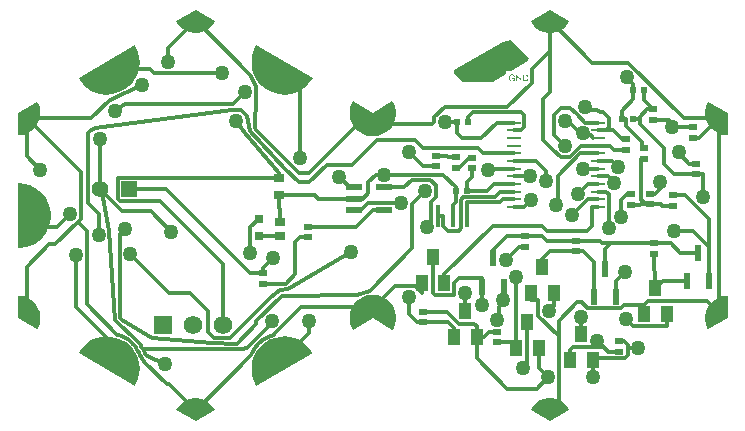
<source format=gbr>
G04*
G04 #@! TF.GenerationSoftware,Altium Limited,Altium Designer,25.8.1 (18)*
G04*
G04 Layer_Physical_Order=1*
G04 Layer_Color=255*
%FSLAX44Y44*%
%MOMM*%
G71*
G04*
G04 #@! TF.SameCoordinates,E23997CD-C925-4744-B0FB-38551C603FD4*
G04*
G04*
G04 #@! TF.FilePolarity,Positive*
G04*
G01*
G75*
%ADD20R,1.4000X0.6000*%
%ADD21R,0.5100X0.5600*%
%ADD22R,1.0160X1.3970*%
%ADD23R,0.5588X1.3208*%
%ADD24R,0.7000X0.5100*%
%ADD25R,0.4000X1.9000*%
%ADD26R,1.1612X0.2708*%
%ADD27R,0.8900X0.6400*%
%ADD28R,0.9500X0.8000*%
G04:AMPARAMS|DCode=29|XSize=1mm|YSize=1mm|CornerRadius=0.5mm|HoleSize=0mm|Usage=FLASHONLY|Rotation=30.000|XOffset=0mm|YOffset=0mm|HoleType=Round|Shape=RoundedRectangle|*
%AMROUNDEDRECTD29*
21,1,1.0000,0.0000,0,0,30.0*
21,1,0.0000,1.0000,0,0,30.0*
1,1,1.0000,0.0000,0.0000*
1,1,1.0000,0.0000,0.0000*
1,1,1.0000,0.0000,0.0000*
1,1,1.0000,0.0000,0.0000*
%
%ADD29ROUNDEDRECTD29*%
G04:AMPARAMS|DCode=30|XSize=1mm|YSize=1mm|CornerRadius=0.5mm|HoleSize=0mm|Usage=FLASHONLY|Rotation=90.000|XOffset=0mm|YOffset=0mm|HoleType=Round|Shape=RoundedRectangle|*
%AMROUNDEDRECTD30*
21,1,1.0000,0.0000,0,0,90.0*
21,1,0.0000,1.0000,0,0,90.0*
1,1,1.0000,0.0000,0.0000*
1,1,1.0000,0.0000,0.0000*
1,1,1.0000,0.0000,0.0000*
1,1,1.0000,0.0000,0.0000*
%
%ADD30ROUNDEDRECTD30*%
G04:AMPARAMS|DCode=31|XSize=1mm|YSize=1mm|CornerRadius=0.5mm|HoleSize=0mm|Usage=FLASHONLY|Rotation=330.000|XOffset=0mm|YOffset=0mm|HoleType=Round|Shape=RoundedRectangle|*
%AMROUNDEDRECTD31*
21,1,1.0000,0.0000,0,0,330.0*
21,1,0.0000,1.0000,0,0,330.0*
1,1,1.0000,0.0000,0.0000*
1,1,1.0000,0.0000,0.0000*
1,1,1.0000,0.0000,0.0000*
1,1,1.0000,0.0000,0.0000*
%
%ADD31ROUNDEDRECTD31*%
%ADD32R,0.8000X0.8000*%
%ADD45C,1.5700*%
%ADD46R,1.5700X1.5700*%
%ADD48C,0.3000*%
%ADD49C,1.4000*%
%ADD50R,1.4000X1.4000*%
%ADD51C,1.2700*%
G36*
X-302920Y-68069D02*
X-301255Y-68025D01*
X-297964Y-68529D01*
X-294814Y-69612D01*
X-291908Y-71238D01*
X-289338Y-73355D01*
X-287186Y-75897D01*
X-285521Y-78781D01*
X-284396Y-81915D01*
X-283847Y-85200D01*
X-283892Y-88529D01*
X-284529Y-91798D01*
X-285738Y-94901D01*
X-286609Y-96320D01*
X-286609Y-96320D01*
X-302897Y-86890D01*
X-302920Y-68069D01*
D02*
G37*
G36*
X-251418Y-116601D02*
X-250357Y-114685D01*
X-247655Y-111236D01*
X-244441Y-108259D01*
X-240796Y-105827D01*
X-236813Y-104003D01*
X-232591Y-102831D01*
X-228237Y-102343D01*
X-223860Y-102550D01*
X-219572Y-103447D01*
X-215479Y-105011D01*
X-211685Y-107202D01*
X-208286Y-109967D01*
X-205368Y-113234D01*
X-203002Y-116923D01*
X-201251Y-120939D01*
X-200157Y-125181D01*
X-199748Y-129543D01*
X-200034Y-133915D01*
X-201009Y-138187D01*
X-202647Y-142250D01*
X-203777Y-144127D01*
Y-144127D01*
X-251418Y-116601D01*
D02*
G37*
G36*
X-168711Y-164387D02*
X-167917Y-162923D01*
X-165834Y-160324D01*
X-163322Y-158139D01*
X-160461Y-156435D01*
X-157342Y-155268D01*
X-154065Y-154675D01*
X-150735D01*
X-147458Y-155268D01*
X-144339Y-156435D01*
X-141478Y-158139D01*
X-138966Y-160324D01*
X-136883Y-162923D01*
X-136089Y-164387D01*
D01*
X-152400Y-173778D01*
X-168711Y-164387D01*
D02*
G37*
G36*
X-100979Y-144082D02*
X-102108Y-142205D01*
X-103744Y-138140D01*
X-104716Y-133868D01*
X-105000Y-129496D01*
X-104588Y-125134D01*
X-103491Y-120892D01*
X-101737Y-116877D01*
X-99369Y-113190D01*
X-96449Y-109925D01*
X-93048Y-107162D01*
X-89253Y-104973D01*
X-85159Y-103411D01*
X-80870Y-102517D01*
X-76493Y-102313D01*
X-72140Y-102804D01*
X-67918Y-103978D01*
X-63936Y-105805D01*
X-60293Y-108239D01*
X-57081Y-111219D01*
X-54381Y-114669D01*
X-53321Y-116586D01*
D01*
X-100979Y-144082D01*
D02*
G37*
G36*
X-302938Y27480D02*
X-300748Y27520D01*
X-296410Y26904D01*
X-292224Y25609D01*
X-288296Y23669D01*
X-284724Y21131D01*
X-281599Y18060D01*
X-278999Y14534D01*
X-276990Y10640D01*
X-275622Y6478D01*
X-274930Y2152D01*
X-274932Y-2230D01*
X-275626Y-6556D01*
X-276997Y-10717D01*
X-279008Y-14609D01*
X-281610Y-18134D01*
X-284737Y-21203D01*
X-288311Y-23738D01*
X-292240Y-25676D01*
X-296427Y-26968D01*
X-300765Y-27581D01*
X-302955Y-27541D01*
Y-27541D01*
X-302938Y27480D01*
D02*
G37*
G36*
X-286609Y96320D02*
X-285738Y94901D01*
X-284529Y91798D01*
X-283892Y88529D01*
X-283847Y85200D01*
X-284396Y81915D01*
X-285521Y78781D01*
X-287186Y75897D01*
X-289338Y73355D01*
X-291908Y71238D01*
X-294814Y69612D01*
X-297964Y68529D01*
X-301255Y68025D01*
X-302920Y68069D01*
Y68069D01*
X-302897Y86890D01*
X-286609Y96320D01*
D02*
G37*
G36*
X-203821Y144082D02*
X-202692Y142205D01*
X-201056Y138140D01*
X-200084Y133868D01*
X-199801Y129496D01*
X-200212Y125134D01*
X-201309Y120892D01*
X-203063Y116877D01*
X-205431Y113190D01*
X-208351Y109925D01*
X-211752Y107162D01*
X-215547Y104973D01*
X-219641Y103411D01*
X-223930Y102517D01*
X-228307Y102313D01*
X-232660Y102804D01*
X-236882Y103978D01*
X-240864Y105805D01*
X-244507Y108239D01*
X-247719Y111219D01*
X-250419Y114669D01*
X-251479Y116586D01*
X-251479Y116586D01*
X-203821Y144082D01*
D02*
G37*
G36*
X-136089Y164387D02*
X-136883Y162923D01*
X-138966Y160324D01*
X-141478Y158138D01*
X-144339Y156435D01*
X-147458Y155268D01*
X-150735Y154675D01*
X-154065D01*
X-157342Y155268D01*
X-160461Y156435D01*
X-163322Y158138D01*
X-165834Y160324D01*
X-167917Y162923D01*
X-168711Y164387D01*
X-168710Y164387D01*
X-152400Y173778D01*
X-136089Y164387D01*
D02*
G37*
G36*
X-53382Y116601D02*
X-54443Y114685D01*
X-57145Y111236D01*
X-60359Y108258D01*
X-64004Y105827D01*
X-67987Y104003D01*
X-72209Y102831D01*
X-76563Y102343D01*
X-80940Y102550D01*
X-85228Y103447D01*
X-89321Y105010D01*
X-93115Y107202D01*
X-96514Y109967D01*
X-99432Y113234D01*
X-101798Y116923D01*
X-103549Y120939D01*
X-104643Y125181D01*
X-105052Y129543D01*
X-104766Y133915D01*
X-103791Y138187D01*
X-102153Y142250D01*
X-101023Y144127D01*
X-101023D01*
X-53382Y116601D01*
D02*
G37*
G36*
X163910Y164387D02*
X163116Y162923D01*
X161034Y160324D01*
X158522Y158138D01*
X155660Y156435D01*
X152541Y155268D01*
X149264Y154675D01*
X145934D01*
X142657Y155268D01*
X139538Y156435D01*
X136677Y158138D01*
X134165Y160324D01*
X132082Y162923D01*
X131289Y164387D01*
X131289Y164387D01*
X147599Y173778D01*
X163910Y164387D01*
D02*
G37*
G36*
X129533Y133621D02*
X129234Y131099D01*
X114301Y121946D01*
X110124D01*
Y119386D01*
X99399Y112813D01*
X73929D01*
X66354Y120387D01*
X66686Y122906D01*
X107877Y146687D01*
X114342Y148812D01*
X129533Y133621D01*
D02*
G37*
G36*
X298130Y86890D02*
X298152Y68069D01*
X296488Y68025D01*
X293196Y68529D01*
X290047Y69612D01*
X287141Y71238D01*
X284571Y73355D01*
X282419Y75897D01*
X280753Y78781D01*
X279629Y81915D01*
X279080Y85200D01*
X279125Y88529D01*
X279762Y91798D01*
X280971Y94901D01*
X281842Y96320D01*
X281842D01*
X298130Y86890D01*
D02*
G37*
G36*
X-2400Y87176D02*
X14278Y96781D01*
X15189Y95288D01*
X16452Y92025D01*
X17114Y88590D01*
X17155Y85092D01*
X16573Y81642D01*
X15387Y78351D01*
X13634Y75323D01*
X11371Y72655D01*
X8669Y70432D01*
X5615Y68726D01*
X2306Y67589D01*
X-1152Y67059D01*
X-2400Y67093D01*
X-3649Y67059D01*
X-7107Y67589D01*
X-10416Y68726D01*
X-13470Y70432D01*
X-16171Y72655D01*
X-18435Y75323D01*
X-20187Y78351D01*
X-21374Y81642D01*
X-21956Y85092D01*
X-21915Y88590D01*
X-21253Y92025D01*
X-19990Y95288D01*
X-19079Y96781D01*
Y96781D01*
X-2400Y87176D01*
D02*
G37*
G36*
X2306Y-67589D02*
X5615Y-68726D01*
X8669Y-70432D01*
X11371Y-72655D01*
X13634Y-75323D01*
X15387Y-78351D01*
X16573Y-81642D01*
X17155Y-85092D01*
X17114Y-88590D01*
X16452Y-92025D01*
X15189Y-95288D01*
X14278Y-96781D01*
X-2400Y-87176D01*
X-19079Y-96781D01*
X-19990Y-95288D01*
X-21253Y-92025D01*
X-21915Y-88590D01*
X-21956Y-85092D01*
X-21374Y-81642D01*
X-20187Y-78351D01*
X-18435Y-75323D01*
X-16171Y-72655D01*
X-13470Y-70432D01*
X-10416Y-68726D01*
X-7107Y-67589D01*
X-3649Y-67059D01*
X-2400Y-67093D01*
X-1152Y-67059D01*
X2306Y-67589D01*
D02*
G37*
G36*
X298152Y-68069D02*
X298152Y-68069D01*
X298130Y-86890D01*
X281842Y-96320D01*
X280971Y-94901D01*
X279762Y-91798D01*
X279125Y-88529D01*
X279080Y-85200D01*
X279629Y-81915D01*
X280753Y-78781D01*
X282419Y-75897D01*
X284571Y-73355D01*
X287141Y-71238D01*
X290047Y-69612D01*
X293196Y-68529D01*
X296488Y-68025D01*
X298152Y-68069D01*
D02*
G37*
G36*
X14278Y-96781D02*
X14278D01*
D01*
X14278D01*
D02*
G37*
G36*
X152541Y-155268D02*
X155660Y-156435D01*
X158522Y-158139D01*
X161034Y-160324D01*
X163116Y-162923D01*
X163910Y-164387D01*
X147599Y-173778D01*
X131289Y-164387D01*
X132082Y-162923D01*
X134165Y-160324D01*
X136677Y-158139D01*
X139538Y-156435D01*
X142657Y-155268D01*
X145934Y-154675D01*
X149264D01*
X152541Y-155268D01*
D02*
G37*
G36*
X115610Y119401D02*
X115664D01*
X115728Y119396D01*
X115797Y119391D01*
X115876Y119381D01*
X115960Y119372D01*
X116049Y119357D01*
X116236Y119322D01*
X116428Y119273D01*
X116620Y119204D01*
X116625D01*
X116640Y119194D01*
X116670Y119184D01*
X116704Y119164D01*
X116743Y119145D01*
X116793Y119120D01*
X116847Y119091D01*
X116906Y119056D01*
X117029Y118977D01*
X117157Y118884D01*
X117285Y118770D01*
X117345Y118706D01*
X117399Y118642D01*
X117404Y118637D01*
X117414Y118627D01*
X117423Y118608D01*
X117443Y118578D01*
X117468Y118544D01*
X117497Y118499D01*
X117527Y118450D01*
X117557Y118396D01*
X117591Y118332D01*
X117626Y118258D01*
X117665Y118184D01*
X117699Y118100D01*
X117734Y118011D01*
X117768Y117918D01*
X117798Y117819D01*
X117828Y117716D01*
X117153Y117528D01*
Y117534D01*
X117148Y117548D01*
X117138Y117568D01*
X117128Y117603D01*
X117118Y117637D01*
X117103Y117681D01*
X117064Y117775D01*
X117020Y117883D01*
X116965Y117997D01*
X116901Y118110D01*
X116832Y118209D01*
Y118214D01*
X116822Y118218D01*
X116798Y118248D01*
X116753Y118297D01*
X116694Y118351D01*
X116615Y118415D01*
X116527Y118484D01*
X116413Y118549D01*
X116290Y118608D01*
X116285D01*
X116275Y118613D01*
X116256Y118623D01*
X116231Y118632D01*
X116196Y118642D01*
X116157Y118657D01*
X116113Y118672D01*
X116063Y118687D01*
X116004Y118696D01*
X115945Y118711D01*
X115812Y118736D01*
X115664Y118756D01*
X115507Y118760D01*
X115423D01*
X115379Y118756D01*
X115324Y118751D01*
X115265Y118746D01*
X115201Y118741D01*
X115063Y118721D01*
X114915Y118696D01*
X114763Y118657D01*
X114615Y118603D01*
X114610D01*
X114600Y118598D01*
X114580Y118588D01*
X114551Y118573D01*
X114521Y118558D01*
X114487Y118539D01*
X114398Y118494D01*
X114304Y118430D01*
X114201Y118361D01*
X114102Y118282D01*
X114009Y118189D01*
Y118184D01*
X113999Y118179D01*
X113989Y118164D01*
X113969Y118145D01*
X113930Y118090D01*
X113881Y118021D01*
X113821Y117937D01*
X113762Y117844D01*
X113708Y117740D01*
X113654Y117627D01*
Y117622D01*
X113644Y117603D01*
X113634Y117573D01*
X113619Y117534D01*
X113605Y117484D01*
X113585Y117430D01*
X113565Y117361D01*
X113546Y117287D01*
X113526Y117203D01*
X113506Y117115D01*
X113486Y117021D01*
X113472Y116922D01*
X113447Y116711D01*
X113442Y116597D01*
X113437Y116484D01*
Y116474D01*
Y116449D01*
Y116410D01*
X113442Y116356D01*
X113447Y116292D01*
X113452Y116218D01*
X113457Y116134D01*
X113472Y116040D01*
X113481Y115942D01*
X113501Y115838D01*
X113546Y115626D01*
X113575Y115518D01*
X113615Y115415D01*
X113654Y115311D01*
X113698Y115213D01*
X113703Y115208D01*
X113713Y115193D01*
X113728Y115163D01*
X113748Y115129D01*
X113772Y115089D01*
X113807Y115040D01*
X113846Y114986D01*
X113890Y114927D01*
X113940Y114868D01*
X113999Y114804D01*
X114063Y114744D01*
X114127Y114680D01*
X114201Y114621D01*
X114280Y114562D01*
X114368Y114508D01*
X114457Y114459D01*
X114462Y114454D01*
X114482Y114449D01*
X114506Y114434D01*
X114546Y114419D01*
X114590Y114399D01*
X114644Y114380D01*
X114708Y114360D01*
X114777Y114335D01*
X114856Y114311D01*
X114940Y114291D01*
X115024Y114271D01*
X115117Y114252D01*
X115315Y114222D01*
X115418Y114217D01*
X115521Y114212D01*
X115571D01*
X115605Y114217D01*
X115650D01*
X115699Y114222D01*
X115758Y114227D01*
X115822Y114237D01*
X115891Y114247D01*
X115970Y114257D01*
X116128Y114291D01*
X116300Y114335D01*
X116473Y114399D01*
X116477D01*
X116492Y114409D01*
X116517Y114419D01*
X116551Y114434D01*
X116591Y114449D01*
X116635Y114468D01*
X116739Y114518D01*
X116852Y114582D01*
X116970Y114646D01*
X117084Y114720D01*
X117133Y114759D01*
X117182Y114799D01*
Y115853D01*
X115512D01*
Y116523D01*
X117916D01*
Y114414D01*
X117911Y114409D01*
X117892Y114395D01*
X117862Y114375D01*
X117823Y114340D01*
X117768Y114306D01*
X117709Y114262D01*
X117640Y114217D01*
X117566Y114168D01*
X117483Y114114D01*
X117389Y114059D01*
X117295Y114005D01*
X117197Y113951D01*
X116985Y113848D01*
X116877Y113798D01*
X116768Y113754D01*
X116763D01*
X116743Y113744D01*
X116709Y113734D01*
X116665Y113720D01*
X116615Y113705D01*
X116551Y113685D01*
X116477Y113665D01*
X116399Y113646D01*
X116310Y113621D01*
X116216Y113601D01*
X116118Y113581D01*
X116009Y113567D01*
X115793Y113542D01*
X115679Y113537D01*
X115561Y113532D01*
X115521D01*
X115482Y113537D01*
X115418D01*
X115349Y113542D01*
X115260Y113552D01*
X115167Y113562D01*
X115058Y113577D01*
X114945Y113596D01*
X114827Y113621D01*
X114699Y113646D01*
X114570Y113680D01*
X114437Y113724D01*
X114304Y113769D01*
X114171Y113823D01*
X114043Y113887D01*
X114033Y113892D01*
X114014Y113902D01*
X113979Y113926D01*
X113930Y113956D01*
X113876Y113990D01*
X113807Y114035D01*
X113738Y114089D01*
X113659Y114153D01*
X113575Y114222D01*
X113491Y114296D01*
X113403Y114385D01*
X113319Y114473D01*
X113235Y114577D01*
X113151Y114685D01*
X113077Y114799D01*
X113008Y114922D01*
X113004Y114932D01*
X112994Y114951D01*
X112979Y114991D01*
X112954Y115040D01*
X112929Y115104D01*
X112900Y115183D01*
X112870Y115267D01*
X112836Y115365D01*
X112806Y115474D01*
X112772Y115592D01*
X112742Y115715D01*
X112718Y115848D01*
X112693Y115986D01*
X112678Y116134D01*
X112668Y116287D01*
X112663Y116440D01*
Y116449D01*
Y116479D01*
Y116518D01*
X112668Y116582D01*
X112673Y116651D01*
X112683Y116740D01*
X112693Y116839D01*
X112708Y116942D01*
X112723Y117060D01*
X112747Y117184D01*
X112777Y117312D01*
X112811Y117440D01*
X112851Y117578D01*
X112895Y117716D01*
X112949Y117849D01*
X113008Y117987D01*
X113013Y117997D01*
X113023Y118016D01*
X113043Y118056D01*
X113072Y118105D01*
X113107Y118164D01*
X113151Y118233D01*
X113205Y118307D01*
X113265Y118391D01*
X113329Y118475D01*
X113403Y118563D01*
X113486Y118652D01*
X113575Y118741D01*
X113669Y118829D01*
X113772Y118908D01*
X113885Y118987D01*
X114004Y119056D01*
X114014Y119061D01*
X114033Y119071D01*
X114068Y119091D01*
X114117Y119110D01*
X114181Y119135D01*
X114255Y119164D01*
X114339Y119199D01*
X114437Y119234D01*
X114541Y119263D01*
X114659Y119298D01*
X114782Y119327D01*
X114910Y119352D01*
X115053Y119372D01*
X115196Y119391D01*
X115349Y119401D01*
X115507Y119406D01*
X115566D01*
X115610Y119401D01*
D02*
G37*
G36*
X123494Y113626D02*
X122721D01*
X119740Y118085D01*
Y113626D01*
X119020D01*
Y119307D01*
X119789D01*
X122775Y114843D01*
Y119307D01*
X123494D01*
Y113626D01*
D02*
G37*
G36*
X126939Y119303D02*
X127008D01*
X127086Y119298D01*
X127249Y119288D01*
X127417Y119273D01*
X127579Y119253D01*
X127653Y119238D01*
X127722Y119224D01*
X127727D01*
X127742Y119219D01*
X127772Y119214D01*
X127806Y119204D01*
X127845Y119189D01*
X127895Y119174D01*
X127949Y119155D01*
X128008Y119130D01*
X128141Y119076D01*
X128279Y119002D01*
X128422Y118918D01*
X128555Y118815D01*
X128560Y118810D01*
X128575Y118795D01*
X128599Y118775D01*
X128629Y118746D01*
X128668Y118711D01*
X128708Y118662D01*
X128757Y118613D01*
X128806Y118553D01*
X128861Y118484D01*
X128915Y118411D01*
X128974Y118332D01*
X129028Y118243D01*
X129082Y118154D01*
X129131Y118056D01*
X129181Y117952D01*
X129225Y117844D01*
X129230Y117839D01*
X129235Y117819D01*
X129245Y117785D01*
X129260Y117740D01*
X129279Y117681D01*
X129299Y117617D01*
X129319Y117538D01*
X129339Y117455D01*
X129358Y117356D01*
X129378Y117253D01*
X129398Y117144D01*
X129417Y117026D01*
X129432Y116903D01*
X129442Y116770D01*
X129452Y116632D01*
Y116494D01*
Y116489D01*
Y116464D01*
Y116430D01*
Y116385D01*
X129447Y116331D01*
X129442Y116262D01*
X129437Y116188D01*
X129432Y116109D01*
X129427Y116021D01*
X129412Y115932D01*
X129388Y115735D01*
X129348Y115538D01*
X129299Y115346D01*
Y115341D01*
X129294Y115326D01*
X129284Y115296D01*
X129270Y115262D01*
X129255Y115222D01*
X129240Y115173D01*
X129215Y115114D01*
X129196Y115055D01*
X129136Y114927D01*
X129072Y114789D01*
X128994Y114646D01*
X128910Y114518D01*
X128905Y114513D01*
X128900Y114503D01*
X128885Y114488D01*
X128870Y114464D01*
X128821Y114404D01*
X128757Y114331D01*
X128678Y114252D01*
X128589Y114163D01*
X128496Y114079D01*
X128392Y114005D01*
X128387D01*
X128378Y113996D01*
X128363Y113986D01*
X128343Y113976D01*
X128314Y113961D01*
X128284Y113941D01*
X128244Y113921D01*
X128200Y113902D01*
X128102Y113853D01*
X127988Y113808D01*
X127855Y113759D01*
X127712Y113720D01*
X127707D01*
X127693Y113715D01*
X127673Y113710D01*
X127643Y113705D01*
X127604Y113700D01*
X127560Y113690D01*
X127510Y113680D01*
X127451Y113675D01*
X127387Y113665D01*
X127318Y113655D01*
X127239Y113646D01*
X127161Y113641D01*
X126988Y113631D01*
X126801Y113626D01*
X124756D01*
Y119307D01*
X126875D01*
X126939Y119303D01*
D02*
G37*
%LPC*%
G36*
X126825Y118637D02*
X125510D01*
Y114296D01*
X126816D01*
X126860Y114301D01*
X126914D01*
X126978Y114306D01*
X127042Y114311D01*
X127185Y114321D01*
X127328Y114340D01*
X127471Y114365D01*
X127535Y114380D01*
X127599Y114399D01*
X127604D01*
X127614Y114404D01*
X127629Y114409D01*
X127653Y114419D01*
X127712Y114444D01*
X127781Y114473D01*
X127865Y114518D01*
X127949Y114567D01*
X128033Y114626D01*
X128111Y114695D01*
X128116Y114700D01*
X128121Y114710D01*
X128136Y114725D01*
X128156Y114744D01*
X128175Y114769D01*
X128205Y114804D01*
X128235Y114843D01*
X128264Y114882D01*
X128294Y114932D01*
X128328Y114986D01*
X128363Y115045D01*
X128397Y115109D01*
X128466Y115252D01*
X128525Y115410D01*
Y115415D01*
X128530Y115429D01*
X128540Y115454D01*
X128550Y115489D01*
X128560Y115533D01*
X128575Y115587D01*
X128589Y115646D01*
X128604Y115715D01*
X128614Y115794D01*
X128629Y115878D01*
X128644Y115967D01*
X128653Y116065D01*
X128663Y116168D01*
X128673Y116277D01*
X128678Y116390D01*
Y116509D01*
Y116514D01*
Y116518D01*
Y116548D01*
Y116592D01*
X128673Y116656D01*
X128668Y116730D01*
X128663Y116814D01*
X128653Y116913D01*
X128644Y117016D01*
X128624Y117125D01*
X128604Y117233D01*
X128584Y117351D01*
X128555Y117465D01*
X128520Y117573D01*
X128481Y117681D01*
X128437Y117785D01*
X128383Y117878D01*
X128378Y117883D01*
X128368Y117898D01*
X128353Y117923D01*
X128328Y117957D01*
X128304Y117997D01*
X128269Y118036D01*
X128230Y118085D01*
X128185Y118140D01*
X128082Y118243D01*
X127959Y118351D01*
X127895Y118401D01*
X127826Y118445D01*
X127752Y118484D01*
X127673Y118519D01*
X127668D01*
X127658Y118524D01*
X127643Y118529D01*
X127614Y118539D01*
X127584Y118549D01*
X127545Y118558D01*
X127495Y118568D01*
X127441Y118578D01*
X127377Y118588D01*
X127303Y118598D01*
X127225Y118608D01*
X127136Y118617D01*
X127042Y118627D01*
X126939Y118632D01*
X126825Y118637D01*
D02*
G37*
%LPD*%
D20*
X6798Y23840D02*
D03*
Y4840D02*
D03*
X-18201D02*
D03*
Y14340D02*
D03*
Y23840D02*
D03*
D21*
X227291Y105950D02*
D03*
X218291D02*
D03*
X77098Y21026D02*
D03*
X68098D02*
D03*
X69131Y79375D02*
D03*
X217627Y82092D02*
D03*
X208627D02*
D03*
X78130Y79375D02*
D03*
D22*
X76018Y-80687D02*
D03*
X66518Y-102683D02*
D03*
X85518D02*
D03*
X141250Y-43843D02*
D03*
X131751Y-65839D02*
D03*
X150750D02*
D03*
X128566Y-90049D02*
D03*
X236984Y-61358D02*
D03*
X174168Y-100619D02*
D03*
X164669Y-122615D02*
D03*
X183668D02*
D03*
X138066Y-112045D02*
D03*
X48838Y-35386D02*
D03*
X39338Y-57383D02*
D03*
X58337D02*
D03*
X227485Y-83355D02*
D03*
X119066Y-112045D02*
D03*
X246484Y-83355D02*
D03*
D23*
X194100Y-45051D02*
D03*
X203600Y-68927D02*
D03*
X184600D02*
D03*
X99272Y-36293D02*
D03*
X108772Y-60169D02*
D03*
X89773D02*
D03*
X272922Y-31461D02*
D03*
X282422Y-55337D02*
D03*
X263422D02*
D03*
D24*
X68185Y49390D02*
D03*
Y40390D02*
D03*
X81811Y48989D02*
D03*
Y39989D02*
D03*
X50952Y50683D02*
D03*
Y41684D02*
D03*
X271412Y34738D02*
D03*
X234870Y89944D02*
D03*
X232757Y18370D02*
D03*
X169638Y-30494D02*
D03*
Y-21494D02*
D03*
X126150Y-17267D02*
D03*
X235776Y-23608D02*
D03*
Y-32608D02*
D03*
X251783Y17162D02*
D03*
X205879Y-115357D02*
D03*
X271412Y43738D02*
D03*
X102896Y-98505D02*
D03*
X39778Y-81593D02*
D03*
X205879Y-106357D02*
D03*
X212220Y55546D02*
D03*
X268392Y65844D02*
D03*
X126150Y-26266D02*
D03*
X102896Y-107505D02*
D03*
X251783Y8162D02*
D03*
X39778Y-90592D02*
D03*
X227622Y47996D02*
D03*
X216146Y8766D02*
D03*
X232757Y9370D02*
D03*
X212220Y64546D02*
D03*
X-56862Y-18414D02*
D03*
Y-9414D02*
D03*
X216146Y17766D02*
D03*
X227622Y56996D02*
D03*
X-95133Y-48739D02*
D03*
Y-57738D02*
D03*
X234870Y80945D02*
D03*
X268392Y74844D02*
D03*
D25*
X77146Y-657D02*
D03*
X65146D02*
D03*
X53146D02*
D03*
D26*
X117090Y13695D02*
D03*
Y78696D02*
D03*
Y20195D02*
D03*
X188590Y39695D02*
D03*
Y7196D02*
D03*
Y59196D02*
D03*
Y20195D02*
D03*
Y26696D02*
D03*
Y13695D02*
D03*
Y65695D02*
D03*
Y72195D02*
D03*
Y33196D02*
D03*
Y78696D02*
D03*
Y52696D02*
D03*
Y46195D02*
D03*
X117090Y7196D02*
D03*
Y26696D02*
D03*
Y33196D02*
D03*
Y39695D02*
D03*
Y46195D02*
D03*
Y52696D02*
D03*
Y59196D02*
D03*
Y65695D02*
D03*
Y72195D02*
D03*
D27*
X-81626Y17355D02*
D03*
Y31356D02*
D03*
D28*
X-81026Y-5180D02*
D03*
Y-17680D02*
D03*
D29*
X290700Y82601D02*
D03*
X-295468Y-82601D02*
D03*
X-223901Y-123901D02*
D03*
X-80899Y123901D02*
D03*
D30*
X147599Y165199D02*
D03*
Y-165199D02*
D03*
X-1679Y77521D02*
D03*
X-152400Y165199D02*
D03*
X-1679Y-77521D02*
D03*
X-152400Y-165199D02*
D03*
X-80899Y-123901D02*
D03*
X-223901Y123901D02*
D03*
D31*
X290700Y-82601D02*
D03*
X-295468Y82601D02*
D03*
X-295501Y-0D02*
D03*
D32*
X-98806Y-17660D02*
D03*
Y-2660D02*
D03*
D45*
X-129178Y-93003D02*
D03*
X-154579D02*
D03*
D46*
X-179979D02*
D03*
D48*
X-97588Y-107175D02*
G03*
X-97582Y-107170I-1833J2375D01*
G01*
X-203221Y-111491D02*
G03*
X-203213Y-111500I2264J1968D01*
G01*
X-205536Y-108828D02*
G03*
X-205529Y-108837I2271J1960D01*
G01*
X-207148Y-107216D02*
G03*
X-207147Y-107217I1679J2178D01*
G01*
X-214742Y-102261D02*
G03*
X-214730Y-102267I1325J2410D01*
G01*
X-233423Y22051D02*
X-214880Y3508D01*
X-190439D01*
X-173083Y-13848D01*
X-218186Y13925D02*
X-216452Y12191D01*
X-182626D01*
X-218186Y13925D02*
Y32003D01*
X-153162D01*
X-182626Y12191D02*
X-129178Y-41257D01*
Y-93003D02*
Y-41257D01*
X160620Y79573D02*
X163034D01*
X171969Y70638D01*
X174384D01*
X-81788Y31356D02*
X-81626D01*
X-152515D02*
X-81788D01*
X-153162Y32003D02*
X-152515Y31356D01*
X151017Y67960D02*
X160450Y58527D01*
X150483Y55625D02*
X156681Y49427D01*
X160450Y58527D02*
Y58527D01*
X150483Y55625D02*
Y55625D01*
X-175924Y141676D02*
X-152400Y165199D01*
X154475Y10457D02*
Y33672D01*
X173499Y52696D02*
X188590D01*
X164220Y49427D02*
X173988Y59196D01*
X154475Y33672D02*
X173499Y52696D01*
X156681Y49427D02*
X164220D01*
X174384Y70638D02*
X177118Y67904D01*
X173988Y59196D02*
X198374D01*
X170213Y85818D02*
Y85924D01*
X164882Y91254D02*
X170213Y85924D01*
X151017Y67960D02*
Y84928D01*
X189767Y87375D02*
X192278D01*
X170213Y85818D02*
X177335Y78696D01*
X151017Y84928D02*
X157344Y91254D01*
X179273Y89627D02*
X187514D01*
X157344Y91254D02*
X164882D01*
X187514Y89627D02*
X189767Y87375D01*
X177417Y91483D02*
X179273Y89627D01*
X182222Y67904D02*
X184284Y65841D01*
X177118Y67904D02*
X182222D01*
X177335Y78696D02*
X188590D01*
X-105496Y118029D02*
X-101209Y108670D01*
X141917Y64190D02*
Y98942D01*
X-152400Y165199D02*
X-106102Y118901D01*
X147599Y104624D02*
Y139375D01*
X141917Y64190D02*
X150483Y55625D01*
X141917Y98942D02*
X147599Y104624D01*
X-106102Y118901D02*
X-105496Y118029D01*
X108334Y-70743D02*
Y-60607D01*
X107895Y-73807D02*
Y-71182D01*
X108334Y-70743D01*
X102852Y-88355D02*
X104197Y-87010D01*
Y-77505D01*
X107895Y-73807D01*
X108334Y-60607D02*
X108772Y-60169D01*
X119066Y-112045D02*
Y-51877D01*
X-237192Y74123D02*
X-121870Y89363D01*
X-120796Y94413D02*
X-110309Y104901D01*
X-114341Y89363D02*
X-109010Y84032D01*
X-106512Y71883D01*
X-211926Y94413D02*
X-120796D01*
X-121870Y89363D02*
X-114341D01*
X33711Y64078D02*
X40386Y57403D01*
X-20193Y43052D02*
X833Y64078D01*
X33711D01*
X-244392Y-75022D02*
X-218567Y-100847D01*
X-295468Y-43501D02*
X-276520Y-24553D01*
X-285340Y-10161D02*
X-269744D01*
X-258493Y1090D01*
X-271267Y-24553D02*
X-252319Y-5605D01*
X-249393Y-2679D02*
Y36525D01*
X-295468Y82601D02*
X-249393Y36525D01*
X-252319Y-5605D02*
X-244392Y-13533D01*
X-252319Y-5605D02*
X-249393Y-2679D01*
X-244392Y-75022D02*
Y-13533D01*
X-276520Y-24553D02*
X-271267D01*
X-295468Y-82601D02*
Y-43501D01*
X-220735Y88385D02*
X-211926Y94413D01*
X-240632Y82601D02*
X-224505Y97485D01*
X-198156Y110454D01*
X-295468Y82601D02*
X-240632D01*
X-243332Y70103D02*
X-241575Y71860D01*
X-243332Y10413D02*
Y68860D01*
X-243332Y70103D01*
X-241575Y71860D02*
X-237192Y74123D01*
X-102262Y76129D02*
X-101383Y99691D01*
X-101209Y101131D02*
Y108670D01*
X-118110Y80263D02*
X-110762Y70220D01*
X-110418Y69779D01*
X-76592Y39503D02*
X-65027Y27939D01*
X-106512Y71883D02*
X-76592Y39503D01*
X-102262Y73644D02*
Y76129D01*
X-101383Y99691D02*
X-101209Y101131D01*
X-101383Y72765D02*
X-64685Y36067D01*
X-81788Y31356D02*
Y35598D01*
X-110418Y69779D02*
X-81788Y35598D01*
X-102262Y73644D02*
X-101383Y72765D01*
X49828Y79278D02*
Y83144D01*
X48070Y77521D02*
X49828Y79278D01*
X-1679Y77521D02*
X48070D01*
X49828Y83144D02*
X58562Y91879D01*
X111687D02*
X132202Y112393D01*
Y123978D02*
X147599Y139375D01*
Y165199D01*
X58562Y91879D02*
X111687D01*
X132202Y112393D02*
Y123978D01*
X58928Y79375D02*
X69131D01*
Y69550D02*
Y79375D01*
X72896Y65785D02*
X89662D01*
X69131Y69550D02*
X72896Y65785D01*
X-79623Y-68429D02*
X-15503Y-67551D01*
X-89693Y-69714D02*
X-88815Y-68835D01*
X-80505Y-63301D02*
X-74186Y-61988D01*
X-100825Y-89631D02*
X-79623Y-68429D01*
X-88815Y-68835D02*
X-80505Y-63301D01*
X-4961Y-63889D02*
X31182Y-27747D01*
X-15503Y-67551D02*
X-4961Y-63889D01*
X-74186Y-61988D02*
X-20574Y-31243D01*
X-123613Y-103633D02*
X-89693Y-69714D01*
X-80899Y-123901D02*
X-56787Y-99789D01*
Y-89573D01*
X-56153Y-88939D01*
X-117302Y-108468D02*
X-100825Y-91990D01*
X-86420Y-100839D02*
X-85819Y-100364D01*
X-90782Y-102613D02*
X-86420Y-100839D01*
X-100825Y-91990D02*
Y-89631D01*
X-196993Y-113033D02*
X-196440Y-113586D01*
X-87771Y-90820D02*
Y-89446D01*
X-196993Y-113033D02*
X-196003D01*
X-85819Y-100364D02*
X-62976Y-77521D01*
X-1679D01*
X-109105Y-112154D02*
X-87771Y-90820D01*
X-196003Y-113033D02*
X-194225Y-113033D01*
X-105651Y-118450D02*
X-104487Y-116070D01*
X-102120Y-112140D02*
X-99199Y-108786D01*
X-97588Y-107175D01*
X-97582Y-107170D02*
X-94742Y-104967D01*
X-93812Y-104412D01*
X-90782Y-102613D01*
X-104487Y-116070D02*
X-102120Y-112140D01*
X-152400Y-165199D02*
X-105651Y-118450D01*
X-253492Y-77504D02*
Y-33782D01*
Y-77504D02*
X-223901Y-107095D01*
Y-123901D02*
Y-107095D01*
X-218567Y-100847D02*
X-218042Y-101087D01*
X-214972Y-102261D01*
X-231666Y20294D02*
X-225342Y-12996D01*
X-205387Y-102967D02*
X-201286Y-107067D01*
X-188968Y-103603D02*
X-138667Y-107883D01*
X-198275Y-111276D02*
X-196993Y-113033D01*
X-216686Y-85349D02*
X-216686Y-86592D01*
X-225342Y-12996D02*
X-220935Y-88352D01*
X-216688Y-92599D02*
X-205387Y-102967D01*
X-214928Y-88349D02*
X-188968Y-103603D01*
X-216686Y-86592D02*
X-214928Y-88349D01*
X-216686Y-16027D02*
X-211836Y-11177D01*
X-220935Y-88352D02*
X-216688Y-92599D01*
X-216686Y-85349D02*
Y-16027D01*
X-200566Y-115628D02*
X-199264Y-118615D01*
X-203213Y-111500D02*
X-203167Y-111569D01*
X-205529Y-108837D02*
X-203221Y-111491D01*
X-207147Y-107217D02*
X-205536Y-108828D01*
X-210001Y-105000D02*
X-207148Y-107216D01*
X-210708Y-104453D02*
X-210001Y-105000D01*
X-214730Y-102267D02*
X-210708Y-104453D01*
X-214972Y-102261D02*
X-214742Y-102261D01*
X-198963Y-109740D02*
X-198275Y-111276D01*
X-201286Y-107067D02*
X-198963Y-109740D01*
X-176919Y-142495D02*
X-175104D01*
X-194911Y-124503D02*
X-176919Y-142495D01*
X-198776Y-119525D02*
X-194911Y-124503D01*
X-198938Y-119362D02*
X-198776Y-119525D01*
X-233423Y22051D02*
X-231666Y20294D01*
X-199264Y-118615D02*
X-198938Y-119362D01*
X-200690Y-115346D02*
X-200566Y-115628D01*
X-138667Y-107883D02*
X-117302Y-108468D01*
X-196440Y-113586D02*
X-195014Y-117276D01*
X-193257Y-119033D02*
X-177976Y-125714D01*
X-195014Y-117276D02*
X-193257Y-119033D01*
X-113056Y-112718D02*
X-109105Y-112154D01*
X-194225Y-113033D02*
X-113056Y-112718D01*
X-200848Y-115188D02*
X-200690Y-115346D01*
X-202525Y-112573D02*
X-200848Y-115188D01*
X-203167Y-111569D02*
X-202525Y-112573D01*
X-141986Y-98553D02*
X-136906Y-103633D01*
X-123613D01*
X222250Y82092D02*
X223774Y83616D01*
X-0Y34543D02*
X7112D01*
X33532Y-59727D02*
X39338Y-65533D01*
X227485Y-83355D02*
Y-75693D01*
X210500Y-75615D02*
X227485D01*
X131751Y-71883D02*
X137585D01*
X154940Y-102363D02*
Y-89094D01*
Y-157859D02*
Y-102363D01*
X282422Y-26323D02*
Y-2878D01*
Y-55337D02*
Y-26323D01*
X228854Y9370D02*
X232757D01*
X224632D02*
X228854D01*
X225046Y13178D02*
Y47996D01*
X194878Y72195D02*
X200885D01*
X70866Y-53341D02*
X89773D01*
X199046Y-23608D02*
X235776D01*
X191818D02*
X199046D01*
X213614Y-112523D02*
Y-109405D01*
X183668Y-120905D02*
X211074D01*
X225568Y56996D02*
Y62631D01*
X212090Y76109D02*
Y82092D01*
X183598Y-8637D02*
Y7196D01*
X116912Y-112045D02*
Y-107505D01*
X167463Y-111507D02*
X193040D01*
X187706Y-106173D02*
X193040Y-111507D01*
X248412Y80945D02*
X254512Y74844D01*
X250783D02*
X254512D01*
X-94996Y-48739D02*
Y-44451D01*
X-233423Y22051D02*
Y65023D01*
X277368Y16001D02*
Y34738D01*
X271412D02*
X277368D01*
X89662Y65785D02*
X102573Y78696D01*
X117090D01*
X-64008Y48767D02*
Y107010D01*
X-80899Y123901D02*
X-64008Y107010D01*
X-295501Y-0D02*
X-285340Y-10161D01*
X-175104Y-142495D02*
X-152400Y-165199D01*
X-295468Y50103D02*
Y82601D01*
Y50103D02*
X-284168Y38802D01*
X227485Y-75693D02*
Y-75615D01*
X207834Y-78281D02*
X210500Y-75615D01*
X179056Y-78281D02*
X207834D01*
X174436Y-73661D02*
X179056Y-78281D01*
X170372Y-73661D02*
X174436D01*
X154940Y-89094D02*
X170372Y-73661D01*
X227485Y-75615D02*
X230787Y-72391D01*
X280490D01*
X290700Y-82601D01*
X-64685Y36067D02*
X-56192D01*
X-14738Y77521D01*
X-1679D01*
X188590Y46195D02*
X200437D01*
X205486Y41147D01*
X31182Y-27747D02*
Y9845D01*
X41656Y20319D01*
X94996Y38353D02*
X96339Y39695D01*
X117090D01*
X152908Y8889D02*
X154475Y10457D01*
X-207518Y-33021D02*
X-174498Y-66041D01*
X-157226D01*
X-141986Y-81281D01*
Y-98553D02*
Y-81281D01*
X125307Y7196D02*
X131318Y13207D01*
X117090Y7196D02*
X125307D01*
X212598Y17766D02*
X216146D01*
X208026Y13194D02*
X212598Y17766D01*
X208026Y-1525D02*
Y13194D01*
X76018Y-80687D02*
Y-66041D01*
X75946Y-65969D02*
X76018Y-66041D01*
X128566Y-125689D02*
Y-90049D01*
X125222Y-129033D02*
X128566Y-125689D01*
X262382Y17162D02*
X282422Y-2878D01*
X251783Y17162D02*
X262382D01*
X-21555Y23840D02*
X-18201D01*
X-30607Y32892D02*
X-21555Y23840D01*
X192278Y87375D02*
X197358Y82295D01*
Y74675D02*
Y82295D01*
X194878Y72195D02*
X197358Y74675D01*
X188590Y72195D02*
X194878D01*
X48838Y-65857D02*
Y-35386D01*
Y-65857D02*
X50292Y-67311D01*
X66802D01*
Y-57405D01*
X70866Y-53341D01*
X89773Y-60169D02*
Y-53341D01*
Y-75439D02*
Y-60169D01*
X110080Y-37344D02*
X121158Y-26266D01*
X126150D01*
X243006Y-55337D02*
X263422D01*
X236984Y-61358D02*
X243006Y-55337D01*
X183668Y-122615D02*
Y-120905D01*
X213614Y-118365D02*
Y-112523D01*
X221996D01*
X256540Y52628D02*
Y53847D01*
Y52628D02*
X265430Y43738D01*
X271412D01*
X138066Y-129431D02*
Y-112045D01*
Y-129431D02*
X145796Y-137161D01*
X40357Y41684D02*
X50952D01*
X28702Y53339D02*
X40357Y41684D01*
X130479Y33196D02*
X130556Y33273D01*
X117090Y33196D02*
X130479D01*
X-18201Y4840D02*
X-12177D01*
X-6350Y10667D01*
X21844D01*
X225568Y56996D02*
X227622D01*
X212090Y76109D02*
X225568Y62631D01*
X208627Y82092D02*
X212090D01*
X180086Y13695D02*
X188590D01*
X166389Y-1D02*
X180086Y13695D01*
X27940Y-83059D02*
Y-68835D01*
Y-83059D02*
X35473Y-90592D01*
X39778D01*
X179822Y26696D02*
X188590D01*
X171159Y18033D02*
X179822Y26696D01*
X-106542Y-48739D02*
X-95133D01*
X-177332Y22051D02*
X-106542Y-48739D01*
X-208423Y22051D02*
X-177332D01*
X-95133Y-48739D02*
X-94996D01*
Y-44451D02*
X-86614Y-36069D01*
X43434Y-10161D02*
X46736Y-6859D01*
Y11594D01*
X50800Y15658D01*
Y25399D01*
X45974Y30225D02*
X50800Y25399D01*
X30769Y30225D02*
X45974D01*
X24384Y23840D02*
X30769Y30225D01*
X6798Y23840D02*
X24384D01*
X91067Y52696D02*
X117090D01*
X86360Y57403D02*
X91067Y52696D01*
X40386Y57403D02*
X86360D01*
X-41278Y43052D02*
X-20193D01*
X-56391Y27939D02*
X-41278Y43052D01*
X-65027Y27939D02*
X-56391D01*
X-243332Y10413D02*
X-234442Y1523D01*
Y-16765D02*
Y1523D01*
X193040Y-111507D02*
X196889Y-115357D01*
X164669Y-114301D02*
X167463Y-111507D01*
X164669Y-122615D02*
Y-114301D01*
X126150Y-17267D02*
X141125D01*
X145353Y-21494D01*
X169638D01*
X208534Y64546D02*
X212220D01*
X200885Y72195D02*
X208534Y64546D01*
X224028Y8766D02*
X224632Y9370D01*
X216146Y8766D02*
X224028D01*
X58337Y-57383D02*
Y-49531D01*
X99220Y-8649D01*
X140866D01*
X145376Y-13158D01*
X179077D01*
X183598Y-8637D01*
Y7196D02*
X188590D01*
X144526Y29209D02*
Y37337D01*
X135667Y46195D02*
X144526Y37337D01*
X117090Y46195D02*
X135667D01*
X39338Y-65533D02*
Y-57383D01*
X16115Y-59727D02*
X33532D01*
X-1679Y-77521D02*
X16115Y-59727D01*
X254512Y74844D02*
X268392D01*
X234870Y80945D02*
X248412D01*
X189703Y-21494D02*
X191818Y-23608D01*
X169638Y-21494D02*
X189703D01*
X194100Y-45051D02*
Y-28555D01*
X199046Y-23608D01*
X77098Y21026D02*
X94234D01*
X99903Y26696D01*
X117090D01*
X-2525Y4840D02*
X6798D01*
X-16779Y-9414D02*
X-2525Y4840D01*
X-56862Y-9414D02*
X-16779D01*
X260806Y82601D02*
X290700D01*
X214122Y129285D02*
X260806Y82601D01*
X183513Y129285D02*
X214122D01*
X147599Y165199D02*
X183513Y129285D01*
X227291Y97523D02*
Y105950D01*
Y97523D02*
X234870Y89944D01*
X230103D02*
X234870D01*
X223774Y83616D02*
X230103Y89944D01*
X223774Y77723D02*
Y83616D01*
Y77723D02*
X244094Y57403D01*
Y43274D02*
Y57403D01*
Y43274D02*
X252630Y34738D01*
X271412D01*
X99272Y-36293D02*
Y-28992D01*
X110998Y-17267D01*
X126150D01*
X196889Y-115357D02*
X205879D01*
X175260Y39695D02*
X188590D01*
X150750Y-76581D02*
Y-65839D01*
X146812Y-80519D02*
X150750Y-76581D01*
X197358Y-10669D02*
Y18033D01*
X195195Y20195D02*
X197358Y18033D01*
X188590Y20195D02*
X195195D01*
X205879Y-106357D02*
X210566D01*
X213614Y-109405D01*
X211074Y-120905D02*
X213614Y-118365D01*
X85518Y-121079D02*
Y-102683D01*
Y-121079D02*
X110998Y-146559D01*
X136398D01*
X145796Y-137161D01*
X183668D02*
Y-122615D01*
X7112Y34543D02*
X57430D01*
X68098Y21026D02*
Y23875D01*
X57430Y34543D02*
X68098Y23875D01*
X-6604Y27939D02*
X-0Y34543D01*
X-6604Y18658D02*
Y27939D01*
X-10922Y14340D02*
X-6604Y18658D01*
X-18201Y14340D02*
X-10922D01*
X188590Y33196D02*
X196419D01*
X202184Y27431D01*
X211836Y-87631D02*
X217678Y-93473D01*
X246484D01*
Y-83355D01*
X268858Y-12759D02*
X282422Y-26323D01*
X252602Y-12759D02*
X268858D01*
X174168Y-86183D02*
X174244Y-86107D01*
X174168Y-100619D02*
Y-86183D01*
X107908Y13695D02*
X117090D01*
X105438Y11226D02*
X107908Y13695D01*
X77146Y11226D02*
X105438D01*
X77146Y-657D02*
Y11226D01*
X68098Y11586D02*
Y21026D01*
X65146Y8635D02*
X68098Y11586D01*
X65146Y-657D02*
Y8635D01*
X53146Y-657D02*
X57404D01*
Y-8637D02*
Y-657D01*
Y-8637D02*
X61722Y-12955D01*
X70358D01*
X72390Y-10923D01*
Y13444D01*
X74422Y15476D01*
X100690D01*
X105410Y20195D01*
X117090D01*
X-95133Y-57738D02*
X-75946D01*
X-67818Y-49610D01*
Y-22478D01*
X-63754Y-18414D01*
X-56862D01*
X203600Y-68927D02*
Y-55458D01*
X211373Y-47685D01*
X241046Y22434D02*
Y27939D01*
X236982Y18370D02*
X241046Y22434D01*
X232757Y18370D02*
X236982D01*
X131751Y-71883D02*
Y-65839D01*
X137585Y-85009D02*
Y-71883D01*
Y-85009D02*
X154940Y-102363D01*
X147599Y-165199D02*
X154940Y-157859D01*
X225046Y47996D02*
X227622D01*
X225046Y13178D02*
X228854Y9370D01*
X218291Y105950D02*
Y111145D01*
X212598Y116839D02*
X218291Y111145D01*
X290700Y-82601D02*
Y82601D01*
X-188010Y120903D02*
X-129794D01*
X-191008Y123901D02*
X-188010Y120903D01*
X-223901Y123901D02*
X-191008D01*
X-48547Y14340D02*
X-18201D01*
X-51562Y17355D02*
X-48547Y14340D01*
X-81626Y17355D02*
X-51562D01*
X218291Y98406D02*
Y105950D01*
X208627Y88741D02*
X218291Y98406D01*
X208627Y82092D02*
Y88741D01*
X85518Y-102683D02*
Y-93981D01*
X83232Y-91695D02*
X85518Y-93981D01*
X70358Y-91695D02*
X83232D01*
X60255Y-81593D02*
X70358Y-91695D01*
X39778Y-81593D02*
X60255D01*
X66518Y-102683D02*
Y-95643D01*
X61468Y-90592D02*
X66518Y-95643D01*
X39778Y-90592D02*
X61468D01*
X116912Y-112045D02*
X119066D01*
X102896Y-107505D02*
X116912D01*
X117090Y72195D02*
X123250D01*
X125730Y74675D01*
Y85089D01*
X123190Y87629D02*
X125730Y85089D01*
X82550Y87629D02*
X123190D01*
X78130Y83209D02*
X82550Y87629D01*
X78130Y79375D02*
Y83209D01*
X268392Y65844D02*
X273944D01*
X290700Y82601D01*
X-105918Y-32005D02*
Y-9772D01*
X-98806Y-2660D01*
X-175924Y130301D02*
Y141676D01*
X147574Y-30494D02*
X169638D01*
X141250Y-36818D02*
X147574Y-30494D01*
X141250Y-43843D02*
Y-36818D01*
X184600Y-68927D02*
Y-39072D01*
X176022Y-30494D02*
X184600Y-39072D01*
X169638Y-30494D02*
X176022D01*
X50952Y50683D02*
X60159D01*
X61453Y49390D01*
X68185D01*
X217627Y82092D02*
X222250D01*
X-81626Y6186D02*
Y17355D01*
Y6186D02*
X-81026Y5587D01*
Y-5180D02*
Y5587D01*
X-90150Y-17680D02*
X-81026D01*
X-90170Y-17660D02*
X-90150Y-17680D01*
X-98806Y-17660D02*
X-90170D01*
X202023Y55546D02*
X212220D01*
X198374Y59196D02*
X202023Y55546D01*
X242762Y8162D02*
X251783D01*
X241554Y9370D02*
X242762Y8162D01*
X232757Y9370D02*
X241554D01*
X81811Y32652D02*
Y39989D01*
X77098Y27939D02*
X81811Y32652D01*
X77098Y21026D02*
Y27939D01*
X258042Y-31461D02*
X272922D01*
X250190Y-23608D02*
X258042Y-31461D01*
X235776Y-23608D02*
X250190D01*
X235776Y-46545D02*
Y-32608D01*
Y-46545D02*
X236984Y-47753D01*
Y-61358D02*
Y-47753D01*
X96126Y-98505D02*
X102896D01*
X91948Y-102683D02*
X96126Y-98505D01*
X85518Y-102683D02*
X91948D01*
X79211Y48989D02*
X81811D01*
X70612Y40390D02*
X79211Y48989D01*
X68185Y40390D02*
X70612D01*
D49*
X-233423Y22051D02*
D03*
D50*
X-208423D02*
D03*
D51*
X-173083Y-13848D02*
D03*
X160620Y79573D02*
D03*
X160450Y58527D02*
D03*
X177417Y91483D02*
D03*
X175262Y69760D02*
D03*
X107895Y-71182D02*
D03*
X102852Y-88355D02*
D03*
X-118110Y80263D02*
D03*
X-258493Y1090D02*
D03*
X-220735Y88385D02*
D03*
X-198156Y110454D02*
D03*
X-110309Y104901D02*
D03*
X58928Y79375D02*
D03*
X-87771Y-89446D02*
D03*
X-56153Y-88939D02*
D03*
X-177976Y-125714D02*
D03*
X-233423Y65023D02*
D03*
X277368Y16001D02*
D03*
X-64008Y48767D02*
D03*
X-284168Y38802D02*
D03*
X205486Y41147D02*
D03*
X-211836Y-11177D02*
D03*
X41656Y20319D02*
D03*
X94996Y38353D02*
D03*
X152908Y8889D02*
D03*
X-207518Y-33021D02*
D03*
X-20574Y-31243D02*
D03*
X131318Y13207D02*
D03*
X208026Y-1525D02*
D03*
X75946Y-65969D02*
D03*
X125222Y-129033D02*
D03*
X211373Y-47685D02*
D03*
X-30607Y32892D02*
D03*
X89773Y-75439D02*
D03*
X110080Y-37344D02*
D03*
X221996Y-112523D02*
D03*
X256540Y53847D02*
D03*
X28702Y53339D02*
D03*
X130556Y33273D02*
D03*
X21844Y10667D02*
D03*
X166389Y-1D02*
D03*
X27940Y-68835D02*
D03*
X171159Y18033D02*
D03*
X119066Y-51877D02*
D03*
X250783Y74844D02*
D03*
X-86614Y-36069D02*
D03*
X43434Y-10161D02*
D03*
X-234442Y-16765D02*
D03*
X144526Y29209D02*
D03*
X-253492Y-33782D02*
D03*
X187706Y-106173D02*
D03*
X175260Y39695D02*
D03*
X146812Y-80519D02*
D03*
X197358Y-10669D02*
D03*
X145796Y-137161D02*
D03*
X183668D02*
D03*
X7112Y34543D02*
D03*
X202184Y27431D02*
D03*
X211836Y-87631D02*
D03*
X252602Y-12759D02*
D03*
X174244Y-86107D02*
D03*
X241046Y27939D02*
D03*
X212598Y116839D02*
D03*
X-129794Y120903D02*
D03*
X-105918Y-32005D02*
D03*
X-175924Y130301D02*
D03*
M02*

</source>
